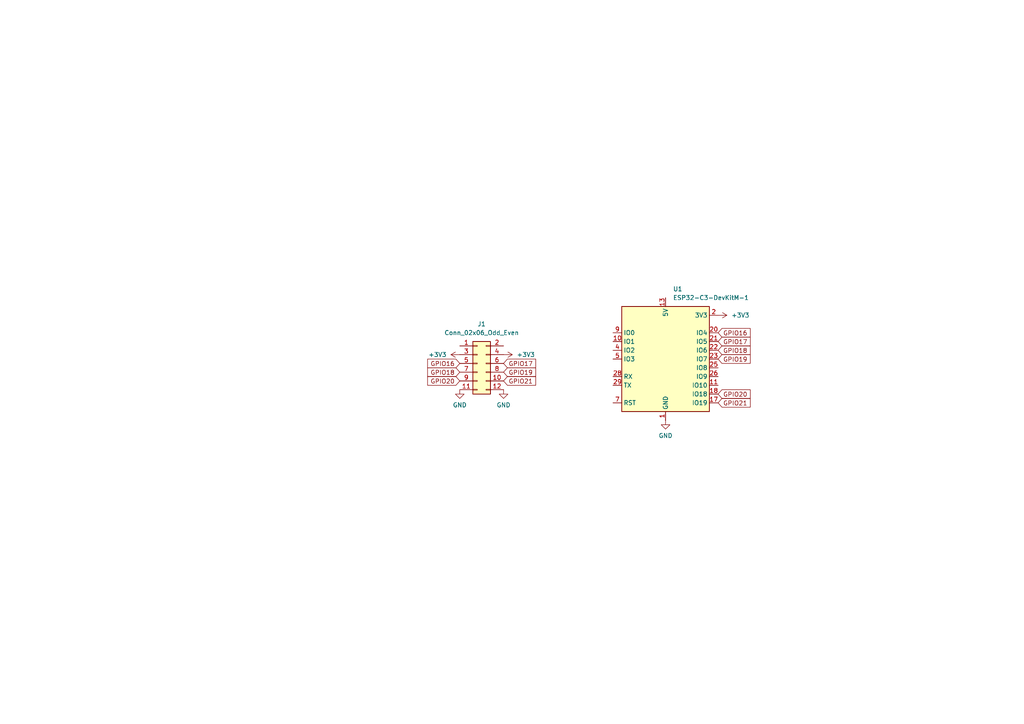
<source format=kicad_sch>
(kicad_sch (version 20250114) (generator "eeschema") (generator_version "9.0")
  (paper "A4")
  (lib_symbols
    (symbol "Connector_Generic:Conn_02x06_Odd_Even" (pin_names (offset 1.016) (hide yes))
      (property "Reference" "J" (at 1.27 7.62 0))
      (property "Value" "Conn_02x06_Odd_Even" (at 1.27 -10.16 0))
      (symbol "Conn_02x06_Odd_Even_1_1"
        (rectangle (start -1.27 6.35) (end 3.81 -8.89) (stroke (width 0.254)) (fill (type background)))
        (rectangle (start -1.27 5.207) (end 0 4.953) (stroke (width 0.1524)))
        (rectangle (start -1.27 2.667) (end 0 2.413) (stroke (width 0.1524)))
        (rectangle (start -1.27 0.127) (end 0 -0.127) (stroke (width 0.1524)))
        (rectangle (start -1.27 -2.413) (end 0 -2.667) (stroke (width 0.1524)))
        (rectangle (start -1.27 -4.953) (end 0 -5.207) (stroke (width 0.1524)))
        (rectangle (start -1.27 -7.493) (end 0 -7.747) (stroke (width 0.1524)))
        (rectangle (start 3.81 5.207) (end 2.54 4.953) (stroke (width 0.1524)))
        (rectangle (start 3.81 2.667) (end 2.54 2.413) (stroke (width 0.1524)))
        (rectangle (start 3.81 0.127) (end 2.54 -0.127) (stroke (width 0.1524)))
        (rectangle (start 3.81 -2.413) (end 2.54 -2.667) (stroke (width 0.1524)))
        (rectangle (start 3.81 -4.953) (end 2.54 -5.207) (stroke (width 0.1524)))
        (rectangle (start 3.81 -7.493) (end 2.54 -7.747) (stroke (width 0.1524)))
        (pin passive line (at -5.08 5.08 0) (length 3.81) (name "Pin_1") (number "1"))
        (pin passive line (at -5.08 2.54 0) (length 3.81) (name "Pin_3") (number "3"))
        (pin passive line (at -5.08 0 0) (length 3.81) (name "Pin_5") (number "5"))
        (pin passive line (at -5.08 -2.54 0) (length 3.81) (name "Pin_7") (number "7"))
        (pin passive line (at -5.08 -5.08 0) (length 3.81) (name "Pin_9") (number "9"))
        (pin passive line (at -5.08 -7.62 0) (length 3.81) (name "Pin_11") (number "11"))
        (pin passive line (at 7.62 5.08 180) (length 3.81) (name "Pin_2") (number "2"))
        (pin passive line (at 7.62 2.54 180) (length 3.81) (name "Pin_4") (number "4"))
        (pin passive line (at 7.62 0 180) (length 3.81) (name "Pin_6") (number "6"))
        (pin passive line (at 7.62 -2.54 180) (length 3.81) (name "Pin_8") (number "8"))
        (pin passive line (at 7.62 -5.08 180) (length 3.81) (name "Pin_10") (number "10"))
        (pin passive line (at 7.62 -7.62 180) (length 3.81) (name "Pin_12") (number "12"))
      )
    )
    (symbol "RF_Module:ESP32-C3-DevKitM-1"
      (property "Reference" "U" (at 7.62 16.51 0))
      (property "Value" "ESP32-C3-DevKitM-1" (at 11.684 -16.764 0))
      (symbol "ESP32-C3-DevKitM-1_1_1"
        (rectangle (start -12.7 15.24) (end 12.7 -15.24) (stroke (width 0.254)) (fill (type background)))
        (pin bidirectional line (at -15.24 7.62 0) (length 2.54) (name "IO0") (number "9"))
        (pin bidirectional line (at -15.24 5.08 0) (length 2.54) (name "IO1") (number "10"))
        (pin bidirectional line (at -15.24 2.54 0) (length 2.54) (name "IO2") (number "4"))
        (pin bidirectional line (at -15.24 0 0) (length 2.54) (name "IO3") (number "5"))
        (pin input line (at -15.24 -5.08 0) (length 2.54) (name "RX") (number "28"))
        (pin output line (at -15.24 -7.62 0) (length 2.54) (name "TX") (number "29"))
        (pin input line (at -15.24 -12.7 0) (length 2.54) (name "RST") (number "7"))
        (pin passive line (at 0 17.78 270) (length 2.54) (name "5V") (number "13"))
        (pin passive line (at 0 17.78 270) (length 2.54) (hide yes) (name "5V") (number "14"))
        (pin power_in line (at 0 -17.78 90) (length 2.54) (name "GND") (number "1"))
        (pin passive line (at 0 -17.78 90) (length 2.54) (hide yes) (name "GND") (number "12"))
        (pin passive line (at 0 -17.78 90) (length 2.54) (hide yes) (name "GND") (number "15"))
        (pin passive line (at 0 -17.78 90) (length 2.54) (hide yes) (name "GND") (number "16"))
        (pin passive line (at 0 -17.78 90) (length 2.54) (hide yes) (name "GND") (number "19"))
        (pin passive line (at 0 -17.78 90) (length 2.54) (hide yes) (name "GND") (number "24"))
        (pin passive line (at 0 -17.78 90) (length 2.54) (hide yes) (name "GND") (number "27"))
        (pin passive line (at 0 -17.78 90) (length 2.54) (hide yes) (name "GND") (number "30"))
        (pin passive line (at 0 -17.78 90) (length 2.54) (hide yes) (name "GND") (number "6"))
        (pin passive line (at 0 -17.78 90) (length 2.54) (hide yes) (name "GND") (number "8"))
        (pin power_out line (at 15.24 12.7 180) (length 2.54) (name "3V3") (number "2"))
        (pin passive line (at 15.24 12.7 180) (length 2.54) (hide yes) (name "3V3") (number "3"))
        (pin bidirectional line (at 15.24 7.62 180) (length 2.54) (name "IO4") (number "20"))
        (pin bidirectional line (at 15.24 5.08 180) (length 2.54) (name "IO5") (number "21"))
        (pin bidirectional line (at 15.24 2.54 180) (length 2.54) (name "IO6") (number "22"))
        (pin bidirectional line (at 15.24 0 180) (length 2.54) (name "IO7") (number "23"))
        (pin bidirectional line (at 15.24 -2.54 180) (length 2.54) (name "IO8") (number "25"))
        (pin bidirectional line (at 15.24 -5.08 180) (length 2.54) (name "IO9") (number "26"))
        (pin bidirectional line (at 15.24 -7.62 180) (length 2.54) (name "IO10") (number "11"))
        (pin bidirectional line (at 15.24 -10.16 180) (length 2.54) (name "IO18") (number "18"))
        (pin bidirectional line (at 15.24 -12.7 180) (length 2.54) (name "IO19") (number "17"))
      )
    )
    (symbol "power:+3V3" (power) (pin_numbers (hide yes)) (pin_names (offset 0) (hide yes))
      (property "Value" "+3V3" (at 0 3.556 0))
      (symbol "+3V3_0_1"
        (polyline (pts (xy -0.762 1.27) (xy 0 2.54)))
        (polyline (pts (xy 0 2.54) (xy 0.762 1.27)))
        (polyline (pts (xy 0 0) (xy 0 2.54)))
      )
      (symbol "+3V3_1_1"
        (pin power_in line (at 0 0 90) (length 0) (name "~") (number "1"))
      )
    )
    (symbol "power:GND" (power) (pin_numbers (hide yes)) (pin_names (offset 0) (hide yes))
      (property "Value" "GND" (at 0 -3.81 0))
      (symbol "GND_0_1"
        (polyline (pts (xy 0 0) (xy 0 -1.27) (xy 1.27 -1.27) (xy 0 -2.54) (xy -1.27 -1.27) (xy 0 -1.27)))
      )
      (symbol "GND_1_1"
        (pin power_in line (at 0 0 270) (length 0) (name "~") (number "1"))
      )
    )
  )
  (global_label "GPIO21" (shape input) (at 208.28 116.84 0) (property "Intersheetrefs" "${INTERSHEET_REFS}" (effects (hide yes))))
  (global_label "GPIO17" (shape input) (at 146.05 105.41 0) (property "Intersheetrefs" "${INTERSHEET_REFS}" (effects (hide yes))))
  (global_label "GPIO17" (shape input) (at 208.28 99.06 0) (property "Intersheetrefs" "${INTERSHEET_REFS}" (effects (hide yes))))
  (global_label "GPIO16" (shape input) (at 208.28 96.52 0) (property "Intersheetrefs" "${INTERSHEET_REFS}" (effects (hide yes))))
  (global_label "GPIO20" (shape input) (at 133.35 110.49 180) (property "Intersheetrefs" "${INTERSHEET_REFS}" (effects (hide yes))))
  (global_label "GPIO19" (shape input) (at 208.28 104.14 0) (property "Intersheetrefs" "${INTERSHEET_REFS}" (effects (hide yes))))
  (global_label "GPIO16" (shape input) (at 133.35 105.41 180) (property "Intersheetrefs" "${INTERSHEET_REFS}" (effects (hide yes))))
  (global_label "GPIO20" (shape input) (at 208.28 114.3 0) (property "Intersheetrefs" "${INTERSHEET_REFS}" (effects (hide yes))))
  (global_label "GPIO18" (shape input) (at 208.28 101.6 0) (property "Intersheetrefs" "${INTERSHEET_REFS}" (effects (hide yes))))
  (global_label "GPIO21" (shape input) (at 146.05 110.49 0) (property "Intersheetrefs" "${INTERSHEET_REFS}" (effects (hide yes))))
  (global_label "GPIO19" (shape input) (at 146.05 107.95 0) (property "Intersheetrefs" "${INTERSHEET_REFS}" (effects (hide yes))))
  (global_label "GPIO18" (shape input) (at 133.35 107.95 180) (property "Intersheetrefs" "${INTERSHEET_REFS}" (effects (hide yes))))
  (symbol (lib_id "power:GND") (at 133.35 113.03 0) (unit 1)
    (property "Reference" "#PWR079" (effects (hide yes)))
    (property "Value" "GND" (at 133.35 117.475 0))
  )
  (symbol (lib_id "power:GND") (at 146.05 113.03 0) (unit 1)
    (property "Reference" "#PWR075" (effects (hide yes)))
    (property "Value" "GND" (at 146.05 117.475 0))
  )
  (symbol (lib_id "power:+3V3") (at 146.05 102.87 270) (unit 1)
    (property "Reference" "#PWR045" (effects (hide yes)))
    (property "Value" "+3V3" (at 149.86 102.8699 90) (effects (justify left)))
    (property "Description" "Power symbol creates a global label with name \"+3V3\"" (effects (hide yes)))
  )
  (symbol (lib_id "power:+3V3") (at 208.28 91.44 270) (unit 1)
    (property "Reference" "#PWR049" (effects (hide yes)))
    (property "Value" "+3V3" (at 212.09 91.4399 90) (effects (justify left)))
    (property "Description" "Power symbol creates a global label with name \"+3V3\"" (effects (hide yes)))
  )
  (symbol (lib_id "Connector_Generic:Conn_02x06_Odd_Even") (at 138.43 105.41 0) (unit 1)
    (property "Reference" "J1" (at 139.7 93.98 0))
    (property "Value" "Conn_02x06_Odd_Even" (at 139.7 96.52 0))
    (property "Footprint" "Connector_PinSocket_2.54mm:PinSocket_2x06_P2.54mm_Vertical" (effects (hide yes)))
    (property "Description" "Generic connector, double row, 02x06, odd/even pin numbering scheme (row 1 odd numbers, row 2 even numbers), script generated (kicad-library-utils/schlib/autogen/connector/)" (effects (hide yes)))
  )
  (symbol (lib_id "power:GND") (at 193.04 121.92 0) (unit 1)
    (property "Reference" "#PWR076" (effects (hide yes)))
    (property "Value" "GND" (at 193.04 126.365 0))
  )
  (symbol (lib_id "RF_Module:ESP32-C3-DevKitM-1") (at 193.04 104.14 0) (unit 1)
    (property "Reference" "U1" (at 195.1833 83.82 0) (effects (justify left)))
    (property "Value" "ESP32-C3-DevKitM-1" (at 195.1833 86.36 0) (effects (justify left)))
    (property "Footprint" "RF_Module:ESP32-C3-DevKitM-1" (effects (hide yes)))
    (property "Datasheet" "https://docs.espressif.com/projects/esp-idf/en/latest/esp32c3/hw-reference/esp32c3/user-guide-devkitm-1.html" (effects (hide yes)))
    (property "Description" "Development board featuring ESP32-C3-MINI-1 module" (effects (hide yes)))
  )
  (symbol (lib_id "power:+3V3") (at 133.35 102.87 90) (unit 1)
    (property "Reference" "#PWR046" (effects (hide yes)))
    (property "Value" "+3V3" (at 129.54 102.8699 90) (effects (justify left)))
    (property "Description" "Power symbol creates a global label with name \"+3V3\"" (effects (hide yes)))
  )
)
</source>
